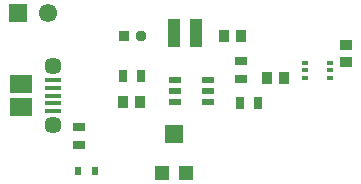
<source format=gbr>
G04*
G04 #@! TF.GenerationSoftware,Altium Limited,Altium Designer,24.6.1 (21)*
G04*
G04 Layer_Color=255*
%FSLAX25Y25*%
%MOIN*%
G70*
G04*
G04 #@! TF.SameCoordinates,5512D287-6342-4ABA-9CF6-7DAEAAFA0F20*
G04*
G04*
G04 #@! TF.FilePolarity,Positive*
G04*
G01*
G75*
%ADD17R,0.03937X0.03150*%
%ADD18R,0.02362X0.03150*%
%ADD19R,0.04724X0.04724*%
%ADD20R,0.06299X0.05906*%
%ADD21R,0.04134X0.03740*%
%ADD22R,0.02362X0.01575*%
%ADD23R,0.03740X0.04134*%
%ADD24R,0.05315X0.01575*%
%ADD25R,0.07480X0.05906*%
%ADD26R,0.03150X0.03937*%
%ADD27R,0.03850X0.02200*%
%ADD28R,0.04134X0.09449*%
%ADD29C,0.05709*%
%ADD30C,0.03700*%
%ADD31R,0.03700X0.03700*%
%ADD32C,0.06102*%
%ADD33R,0.06102X0.06102*%
D17*
X354000Y340953D02*
D03*
Y335047D02*
D03*
X408000Y362953D02*
D03*
Y357047D02*
D03*
D18*
X359354Y326500D02*
D03*
X353646D02*
D03*
D19*
X381563Y325894D02*
D03*
X389437D02*
D03*
D20*
X385500Y338689D02*
D03*
D21*
X443000Y362646D02*
D03*
Y368354D02*
D03*
D22*
X429366Y357441D02*
D03*
Y360000D02*
D03*
Y362559D02*
D03*
X437634D02*
D03*
Y360000D02*
D03*
Y357441D02*
D03*
D23*
X402146Y371500D02*
D03*
X407854D02*
D03*
X416646Y357500D02*
D03*
X422354D02*
D03*
X368646Y349500D02*
D03*
X374354D02*
D03*
D24*
X345130Y356681D02*
D03*
Y354122D02*
D03*
Y351563D02*
D03*
Y349004D02*
D03*
Y346445D02*
D03*
D25*
X334500Y355500D02*
D03*
X334500Y347626D02*
D03*
D26*
X368547Y358000D02*
D03*
X374453D02*
D03*
X407547Y349000D02*
D03*
X413453D02*
D03*
D27*
X386000Y356740D02*
D03*
Y353000D02*
D03*
Y349260D02*
D03*
X396750D02*
D03*
Y353000D02*
D03*
Y356740D02*
D03*
D28*
X385717Y372500D02*
D03*
X393000D02*
D03*
D29*
X345130Y341721D02*
D03*
Y361405D02*
D03*
D30*
X374512Y371500D02*
D03*
D31*
X369000D02*
D03*
D32*
X343500Y379000D02*
D03*
D33*
X333500D02*
D03*
M02*

</source>
